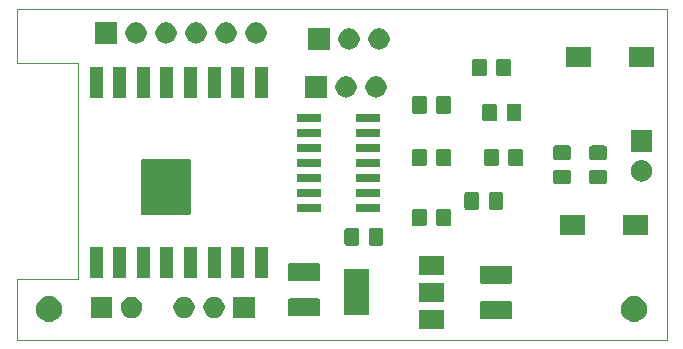
<source format=gbr>
%TF.GenerationSoftware,KiCad,Pcbnew,(5.1.5)-3*%
%TF.CreationDate,2021-02-11T17:51:16-06:00*%
%TF.ProjectId,RTL8720DN multi function board,52544c38-3732-4304-944e-206d756c7469,rev?*%
%TF.SameCoordinates,Original*%
%TF.FileFunction,Soldermask,Top*%
%TF.FilePolarity,Negative*%
%FSLAX46Y46*%
G04 Gerber Fmt 4.6, Leading zero omitted, Abs format (unit mm)*
G04 Created by KiCad (PCBNEW (5.1.5)-3) date 2021-02-11 17:51:16*
%MOMM*%
%LPD*%
G04 APERTURE LIST*
%ADD10C,0.120000*%
%ADD11C,0.100000*%
G04 APERTURE END LIST*
D10*
X120550000Y-90420000D02*
X120550000Y-108712000D01*
X120550000Y-108712000D02*
X115400000Y-108712000D01*
X115400000Y-90420000D02*
X120550000Y-90420000D01*
X115400000Y-108712000D02*
X115400000Y-113885000D01*
X170400000Y-113885000D02*
X170400000Y-85885000D01*
X115400000Y-113885000D02*
X170400000Y-113885000D01*
X115400000Y-85885000D02*
X115400000Y-90420000D01*
X170400000Y-85885000D02*
X115400000Y-85885000D01*
D11*
G36*
X151521000Y-112956000D02*
G01*
X149419000Y-112956000D01*
X149419000Y-111354000D01*
X151521000Y-111354000D01*
X151521000Y-112956000D01*
G37*
G36*
X167854794Y-110172155D02*
G01*
X167961150Y-110193311D01*
X168035239Y-110224000D01*
X168161520Y-110276307D01*
X168341844Y-110396795D01*
X168495205Y-110550156D01*
X168615693Y-110730480D01*
X168642265Y-110794631D01*
X168670249Y-110862189D01*
X168698689Y-110930851D01*
X168741000Y-111143560D01*
X168741000Y-111360440D01*
X168698689Y-111573149D01*
X168615693Y-111773520D01*
X168495205Y-111953844D01*
X168341844Y-112107205D01*
X168161520Y-112227693D01*
X167961150Y-112310689D01*
X167854794Y-112331845D01*
X167748440Y-112353000D01*
X167531560Y-112353000D01*
X167425206Y-112331845D01*
X167318850Y-112310689D01*
X167118480Y-112227693D01*
X166938156Y-112107205D01*
X166784795Y-111953844D01*
X166664307Y-111773520D01*
X166581311Y-111573149D01*
X166539000Y-111360440D01*
X166539000Y-111143560D01*
X166581311Y-110930851D01*
X166609752Y-110862189D01*
X166637735Y-110794631D01*
X166664307Y-110730480D01*
X166784795Y-110550156D01*
X166938156Y-110396795D01*
X167118480Y-110276307D01*
X167244761Y-110224000D01*
X167318850Y-110193311D01*
X167425206Y-110172155D01*
X167531560Y-110151000D01*
X167748440Y-110151000D01*
X167854794Y-110172155D01*
G37*
G36*
X118324794Y-110172155D02*
G01*
X118431150Y-110193311D01*
X118505239Y-110224000D01*
X118631520Y-110276307D01*
X118811844Y-110396795D01*
X118965205Y-110550156D01*
X119085693Y-110730480D01*
X119112265Y-110794631D01*
X119140249Y-110862189D01*
X119168689Y-110930851D01*
X119211000Y-111143560D01*
X119211000Y-111360440D01*
X119168689Y-111573149D01*
X119085693Y-111773520D01*
X118965205Y-111953844D01*
X118811844Y-112107205D01*
X118631520Y-112227693D01*
X118431150Y-112310689D01*
X118324794Y-112331845D01*
X118218440Y-112353000D01*
X118001560Y-112353000D01*
X117895206Y-112331845D01*
X117788850Y-112310689D01*
X117588480Y-112227693D01*
X117408156Y-112107205D01*
X117254795Y-111953844D01*
X117134307Y-111773520D01*
X117051311Y-111573149D01*
X117009000Y-111360440D01*
X117009000Y-111143560D01*
X117051311Y-110930851D01*
X117079752Y-110862189D01*
X117107735Y-110794631D01*
X117134307Y-110730480D01*
X117254795Y-110550156D01*
X117408156Y-110396795D01*
X117588480Y-110276307D01*
X117714761Y-110224000D01*
X117788850Y-110193311D01*
X117895206Y-110172155D01*
X118001560Y-110151000D01*
X118218440Y-110151000D01*
X118324794Y-110172155D01*
G37*
G36*
X157181562Y-110583181D02*
G01*
X157216481Y-110593774D01*
X157248663Y-110610976D01*
X157276873Y-110634127D01*
X157300024Y-110662337D01*
X157317226Y-110694519D01*
X157327819Y-110729438D01*
X157332000Y-110771895D01*
X157332000Y-111913105D01*
X157327819Y-111955562D01*
X157317226Y-111990481D01*
X157300024Y-112022663D01*
X157276873Y-112050873D01*
X157248663Y-112074024D01*
X157216481Y-112091226D01*
X157181562Y-112101819D01*
X157139105Y-112106000D01*
X154772895Y-112106000D01*
X154730438Y-112101819D01*
X154695519Y-112091226D01*
X154663337Y-112074024D01*
X154635127Y-112050873D01*
X154611976Y-112022663D01*
X154594774Y-111990481D01*
X154584181Y-111955562D01*
X154580000Y-111913105D01*
X154580000Y-110771895D01*
X154584181Y-110729438D01*
X154594774Y-110694519D01*
X154611976Y-110662337D01*
X154635127Y-110634127D01*
X154663337Y-110610976D01*
X154695519Y-110593774D01*
X154730438Y-110583181D01*
X154772895Y-110579000D01*
X157139105Y-110579000D01*
X157181562Y-110583181D01*
G37*
G36*
X132193512Y-110228927D02*
G01*
X132342812Y-110258624D01*
X132506784Y-110326544D01*
X132654354Y-110425147D01*
X132779853Y-110550646D01*
X132878456Y-110698216D01*
X132946376Y-110862188D01*
X132981000Y-111036259D01*
X132981000Y-111213741D01*
X132946376Y-111387812D01*
X132878456Y-111551784D01*
X132779853Y-111699354D01*
X132654354Y-111824853D01*
X132506784Y-111923456D01*
X132342812Y-111991376D01*
X132193512Y-112021073D01*
X132168742Y-112026000D01*
X131991258Y-112026000D01*
X131966488Y-112021073D01*
X131817188Y-111991376D01*
X131653216Y-111923456D01*
X131505646Y-111824853D01*
X131380147Y-111699354D01*
X131281544Y-111551784D01*
X131213624Y-111387812D01*
X131179000Y-111213741D01*
X131179000Y-111036259D01*
X131213624Y-110862188D01*
X131281544Y-110698216D01*
X131380147Y-110550646D01*
X131505646Y-110425147D01*
X131653216Y-110326544D01*
X131817188Y-110258624D01*
X131966488Y-110228927D01*
X131991258Y-110224000D01*
X132168742Y-110224000D01*
X132193512Y-110228927D01*
G37*
G36*
X135521000Y-112026000D02*
G01*
X133719000Y-112026000D01*
X133719000Y-110224000D01*
X135521000Y-110224000D01*
X135521000Y-112026000D01*
G37*
G36*
X123456000Y-112026000D02*
G01*
X121654000Y-112026000D01*
X121654000Y-110224000D01*
X123456000Y-110224000D01*
X123456000Y-112026000D01*
G37*
G36*
X125208512Y-110228927D02*
G01*
X125357812Y-110258624D01*
X125521784Y-110326544D01*
X125669354Y-110425147D01*
X125794853Y-110550646D01*
X125893456Y-110698216D01*
X125961376Y-110862188D01*
X125996000Y-111036259D01*
X125996000Y-111213741D01*
X125961376Y-111387812D01*
X125893456Y-111551784D01*
X125794853Y-111699354D01*
X125669354Y-111824853D01*
X125521784Y-111923456D01*
X125357812Y-111991376D01*
X125208512Y-112021073D01*
X125183742Y-112026000D01*
X125006258Y-112026000D01*
X124981488Y-112021073D01*
X124832188Y-111991376D01*
X124668216Y-111923456D01*
X124520646Y-111824853D01*
X124395147Y-111699354D01*
X124296544Y-111551784D01*
X124228624Y-111387812D01*
X124194000Y-111213741D01*
X124194000Y-111036259D01*
X124228624Y-110862188D01*
X124296544Y-110698216D01*
X124395147Y-110550646D01*
X124520646Y-110425147D01*
X124668216Y-110326544D01*
X124832188Y-110258624D01*
X124981488Y-110228927D01*
X125006258Y-110224000D01*
X125183742Y-110224000D01*
X125208512Y-110228927D01*
G37*
G36*
X129653512Y-110228927D02*
G01*
X129802812Y-110258624D01*
X129966784Y-110326544D01*
X130114354Y-110425147D01*
X130239853Y-110550646D01*
X130338456Y-110698216D01*
X130406376Y-110862188D01*
X130441000Y-111036259D01*
X130441000Y-111213741D01*
X130406376Y-111387812D01*
X130338456Y-111551784D01*
X130239853Y-111699354D01*
X130114354Y-111824853D01*
X129966784Y-111923456D01*
X129802812Y-111991376D01*
X129653512Y-112021073D01*
X129628742Y-112026000D01*
X129451258Y-112026000D01*
X129426488Y-112021073D01*
X129277188Y-111991376D01*
X129113216Y-111923456D01*
X128965646Y-111824853D01*
X128840147Y-111699354D01*
X128741544Y-111551784D01*
X128673624Y-111387812D01*
X128639000Y-111213741D01*
X128639000Y-111036259D01*
X128673624Y-110862188D01*
X128741544Y-110698216D01*
X128840147Y-110550646D01*
X128965646Y-110425147D01*
X129113216Y-110326544D01*
X129277188Y-110258624D01*
X129426488Y-110228927D01*
X129451258Y-110224000D01*
X129628742Y-110224000D01*
X129653512Y-110228927D01*
G37*
G36*
X140925562Y-110365681D02*
G01*
X140960481Y-110376274D01*
X140992663Y-110393476D01*
X141020873Y-110416627D01*
X141044024Y-110444837D01*
X141061226Y-110477019D01*
X141071819Y-110511938D01*
X141076000Y-110554395D01*
X141076000Y-111695605D01*
X141071819Y-111738062D01*
X141061226Y-111772981D01*
X141044024Y-111805163D01*
X141020873Y-111833373D01*
X140992663Y-111856524D01*
X140960481Y-111873726D01*
X140925562Y-111884319D01*
X140883105Y-111888500D01*
X138516895Y-111888500D01*
X138474438Y-111884319D01*
X138439519Y-111873726D01*
X138407337Y-111856524D01*
X138379127Y-111833373D01*
X138355976Y-111805163D01*
X138338774Y-111772981D01*
X138328181Y-111738062D01*
X138324000Y-111695605D01*
X138324000Y-110554395D01*
X138328181Y-110511938D01*
X138338774Y-110477019D01*
X138355976Y-110444837D01*
X138379127Y-110416627D01*
X138407337Y-110393476D01*
X138439519Y-110376274D01*
X138474438Y-110365681D01*
X138516895Y-110361500D01*
X140883105Y-110361500D01*
X140925562Y-110365681D01*
G37*
G36*
X145221000Y-111806000D02*
G01*
X143119000Y-111806000D01*
X143119000Y-107904000D01*
X145221000Y-107904000D01*
X145221000Y-111806000D01*
G37*
G36*
X151521000Y-110656000D02*
G01*
X149419000Y-110656000D01*
X149419000Y-109054000D01*
X151521000Y-109054000D01*
X151521000Y-110656000D01*
G37*
G36*
X157181562Y-107608181D02*
G01*
X157216481Y-107618774D01*
X157248663Y-107635976D01*
X157276873Y-107659127D01*
X157300024Y-107687337D01*
X157317226Y-107719519D01*
X157327819Y-107754438D01*
X157332000Y-107796895D01*
X157332000Y-108938105D01*
X157327819Y-108980562D01*
X157317226Y-109015481D01*
X157300024Y-109047663D01*
X157276873Y-109075873D01*
X157248663Y-109099024D01*
X157216481Y-109116226D01*
X157181562Y-109126819D01*
X157139105Y-109131000D01*
X154772895Y-109131000D01*
X154730438Y-109126819D01*
X154695519Y-109116226D01*
X154663337Y-109099024D01*
X154635127Y-109075873D01*
X154611976Y-109047663D01*
X154594774Y-109015481D01*
X154584181Y-108980562D01*
X154580000Y-108938105D01*
X154580000Y-107796895D01*
X154584181Y-107754438D01*
X154594774Y-107719519D01*
X154611976Y-107687337D01*
X154635127Y-107659127D01*
X154663337Y-107635976D01*
X154695519Y-107618774D01*
X154730438Y-107608181D01*
X154772895Y-107604000D01*
X157139105Y-107604000D01*
X157181562Y-107608181D01*
G37*
G36*
X140925562Y-107390681D02*
G01*
X140960481Y-107401274D01*
X140992663Y-107418476D01*
X141020873Y-107441627D01*
X141044024Y-107469837D01*
X141061226Y-107502019D01*
X141071819Y-107536938D01*
X141076000Y-107579395D01*
X141076000Y-108720605D01*
X141071819Y-108763062D01*
X141061226Y-108797981D01*
X141044024Y-108830163D01*
X141020873Y-108858373D01*
X140992663Y-108881524D01*
X140960481Y-108898726D01*
X140925562Y-108909319D01*
X140883105Y-108913500D01*
X138516895Y-108913500D01*
X138474438Y-108909319D01*
X138439519Y-108898726D01*
X138407337Y-108881524D01*
X138379127Y-108858373D01*
X138355976Y-108830163D01*
X138338774Y-108797981D01*
X138328181Y-108763062D01*
X138324000Y-108720605D01*
X138324000Y-107579395D01*
X138328181Y-107536938D01*
X138338774Y-107502019D01*
X138355976Y-107469837D01*
X138379127Y-107441627D01*
X138407337Y-107418476D01*
X138439519Y-107401274D01*
X138474438Y-107390681D01*
X138516895Y-107386500D01*
X140883105Y-107386500D01*
X140925562Y-107390681D01*
G37*
G36*
X134651000Y-108596000D02*
G01*
X133549000Y-108596000D01*
X133549000Y-105994000D01*
X134651000Y-105994000D01*
X134651000Y-108596000D01*
G37*
G36*
X130651000Y-108596000D02*
G01*
X129549000Y-108596000D01*
X129549000Y-105994000D01*
X130651000Y-105994000D01*
X130651000Y-108596000D01*
G37*
G36*
X136651000Y-108596000D02*
G01*
X135549000Y-108596000D01*
X135549000Y-105994000D01*
X136651000Y-105994000D01*
X136651000Y-108596000D01*
G37*
G36*
X132651000Y-108596000D02*
G01*
X131549000Y-108596000D01*
X131549000Y-105994000D01*
X132651000Y-105994000D01*
X132651000Y-108596000D01*
G37*
G36*
X128651000Y-108596000D02*
G01*
X127549000Y-108596000D01*
X127549000Y-105994000D01*
X128651000Y-105994000D01*
X128651000Y-108596000D01*
G37*
G36*
X126651000Y-108596000D02*
G01*
X125549000Y-108596000D01*
X125549000Y-105994000D01*
X126651000Y-105994000D01*
X126651000Y-108596000D01*
G37*
G36*
X124651000Y-108596000D02*
G01*
X123549000Y-108596000D01*
X123549000Y-105994000D01*
X124651000Y-105994000D01*
X124651000Y-108596000D01*
G37*
G36*
X122651000Y-108596000D02*
G01*
X121549000Y-108596000D01*
X121549000Y-105994000D01*
X122651000Y-105994000D01*
X122651000Y-108596000D01*
G37*
G36*
X151521000Y-108356000D02*
G01*
X149419000Y-108356000D01*
X149419000Y-106754000D01*
X151521000Y-106754000D01*
X151521000Y-108356000D01*
G37*
G36*
X146268674Y-104409465D02*
G01*
X146306367Y-104420899D01*
X146341103Y-104439466D01*
X146371548Y-104464452D01*
X146396534Y-104494897D01*
X146415101Y-104529633D01*
X146426535Y-104567326D01*
X146431000Y-104612661D01*
X146431000Y-105699339D01*
X146426535Y-105744674D01*
X146415101Y-105782367D01*
X146396534Y-105817103D01*
X146371548Y-105847548D01*
X146341103Y-105872534D01*
X146306367Y-105891101D01*
X146268674Y-105902535D01*
X146223339Y-105907000D01*
X145386661Y-105907000D01*
X145341326Y-105902535D01*
X145303633Y-105891101D01*
X145268897Y-105872534D01*
X145238452Y-105847548D01*
X145213466Y-105817103D01*
X145194899Y-105782367D01*
X145183465Y-105744674D01*
X145179000Y-105699339D01*
X145179000Y-104612661D01*
X145183465Y-104567326D01*
X145194899Y-104529633D01*
X145213466Y-104494897D01*
X145238452Y-104464452D01*
X145268897Y-104439466D01*
X145303633Y-104420899D01*
X145341326Y-104409465D01*
X145386661Y-104405000D01*
X146223339Y-104405000D01*
X146268674Y-104409465D01*
G37*
G36*
X144218674Y-104409465D02*
G01*
X144256367Y-104420899D01*
X144291103Y-104439466D01*
X144321548Y-104464452D01*
X144346534Y-104494897D01*
X144365101Y-104529633D01*
X144376535Y-104567326D01*
X144381000Y-104612661D01*
X144381000Y-105699339D01*
X144376535Y-105744674D01*
X144365101Y-105782367D01*
X144346534Y-105817103D01*
X144321548Y-105847548D01*
X144291103Y-105872534D01*
X144256367Y-105891101D01*
X144218674Y-105902535D01*
X144173339Y-105907000D01*
X143336661Y-105907000D01*
X143291326Y-105902535D01*
X143253633Y-105891101D01*
X143218897Y-105872534D01*
X143188452Y-105847548D01*
X143163466Y-105817103D01*
X143144899Y-105782367D01*
X143133465Y-105744674D01*
X143129000Y-105699339D01*
X143129000Y-104612661D01*
X143133465Y-104567326D01*
X143144899Y-104529633D01*
X143163466Y-104494897D01*
X143188452Y-104464452D01*
X143218897Y-104439466D01*
X143253633Y-104420899D01*
X143291326Y-104409465D01*
X143336661Y-104405000D01*
X144173339Y-104405000D01*
X144218674Y-104409465D01*
G37*
G36*
X168851000Y-104991000D02*
G01*
X166749000Y-104991000D01*
X166749000Y-103289000D01*
X168851000Y-103289000D01*
X168851000Y-104991000D01*
G37*
G36*
X163451000Y-104991000D02*
G01*
X161349000Y-104991000D01*
X161349000Y-103289000D01*
X163451000Y-103289000D01*
X163451000Y-104991000D01*
G37*
G36*
X149933674Y-102758465D02*
G01*
X149971367Y-102769899D01*
X150006103Y-102788466D01*
X150036548Y-102813452D01*
X150061534Y-102843897D01*
X150080101Y-102878633D01*
X150091535Y-102916326D01*
X150096000Y-102961661D01*
X150096000Y-104048339D01*
X150091535Y-104093674D01*
X150080101Y-104131367D01*
X150061534Y-104166103D01*
X150036548Y-104196548D01*
X150006103Y-104221534D01*
X149971367Y-104240101D01*
X149933674Y-104251535D01*
X149888339Y-104256000D01*
X149051661Y-104256000D01*
X149006326Y-104251535D01*
X148968633Y-104240101D01*
X148933897Y-104221534D01*
X148903452Y-104196548D01*
X148878466Y-104166103D01*
X148859899Y-104131367D01*
X148848465Y-104093674D01*
X148844000Y-104048339D01*
X148844000Y-102961661D01*
X148848465Y-102916326D01*
X148859899Y-102878633D01*
X148878466Y-102843897D01*
X148903452Y-102813452D01*
X148933897Y-102788466D01*
X148968633Y-102769899D01*
X149006326Y-102758465D01*
X149051661Y-102754000D01*
X149888339Y-102754000D01*
X149933674Y-102758465D01*
G37*
G36*
X151983674Y-102758465D02*
G01*
X152021367Y-102769899D01*
X152056103Y-102788466D01*
X152086548Y-102813452D01*
X152111534Y-102843897D01*
X152130101Y-102878633D01*
X152141535Y-102916326D01*
X152146000Y-102961661D01*
X152146000Y-104048339D01*
X152141535Y-104093674D01*
X152130101Y-104131367D01*
X152111534Y-104166103D01*
X152086548Y-104196548D01*
X152056103Y-104221534D01*
X152021367Y-104240101D01*
X151983674Y-104251535D01*
X151938339Y-104256000D01*
X151101661Y-104256000D01*
X151056326Y-104251535D01*
X151018633Y-104240101D01*
X150983897Y-104221534D01*
X150953452Y-104196548D01*
X150928466Y-104166103D01*
X150909899Y-104131367D01*
X150898465Y-104093674D01*
X150894000Y-104048339D01*
X150894000Y-102961661D01*
X150898465Y-102916326D01*
X150909899Y-102878633D01*
X150928466Y-102843897D01*
X150953452Y-102813452D01*
X150983897Y-102788466D01*
X151018633Y-102769899D01*
X151056326Y-102758465D01*
X151101661Y-102754000D01*
X151938339Y-102754000D01*
X151983674Y-102758465D01*
G37*
G36*
X130008126Y-98593698D02*
G01*
X130008730Y-98593757D01*
X130029460Y-98597881D01*
X130047842Y-98605495D01*
X130064386Y-98616550D01*
X130078450Y-98630614D01*
X130089505Y-98647158D01*
X130097119Y-98665540D01*
X130101243Y-98686270D01*
X130101302Y-98686874D01*
X130101852Y-98698062D01*
X130101852Y-103191938D01*
X130101302Y-103203126D01*
X130101243Y-103203730D01*
X130097119Y-103224460D01*
X130089505Y-103242842D01*
X130078450Y-103259386D01*
X130064386Y-103273450D01*
X130047842Y-103284505D01*
X130029460Y-103292119D01*
X130008730Y-103296243D01*
X130008126Y-103296302D01*
X129996938Y-103296852D01*
X126003062Y-103296852D01*
X125991874Y-103296302D01*
X125991270Y-103296243D01*
X125970540Y-103292119D01*
X125952158Y-103284505D01*
X125935614Y-103273450D01*
X125921550Y-103259386D01*
X125910495Y-103242842D01*
X125902881Y-103224460D01*
X125898757Y-103203730D01*
X125898698Y-103203126D01*
X125898148Y-103191938D01*
X125898148Y-98698062D01*
X125898698Y-98686874D01*
X125898757Y-98686270D01*
X125902881Y-98665540D01*
X125910495Y-98647158D01*
X125921550Y-98630614D01*
X125935614Y-98616550D01*
X125952158Y-98605495D01*
X125970540Y-98597881D01*
X125991270Y-98593757D01*
X125991874Y-98593698D01*
X126003062Y-98593148D01*
X129996938Y-98593148D01*
X130008126Y-98593698D01*
G37*
G36*
X141084928Y-102341764D02*
G01*
X141106009Y-102348160D01*
X141125445Y-102358548D01*
X141142476Y-102372524D01*
X141156452Y-102389555D01*
X141166840Y-102408991D01*
X141173236Y-102430072D01*
X141176000Y-102458140D01*
X141176000Y-102921860D01*
X141173236Y-102949928D01*
X141166840Y-102971009D01*
X141156452Y-102990445D01*
X141142476Y-103007476D01*
X141125445Y-103021452D01*
X141106009Y-103031840D01*
X141084928Y-103038236D01*
X141056860Y-103041000D01*
X139243140Y-103041000D01*
X139215072Y-103038236D01*
X139193991Y-103031840D01*
X139174555Y-103021452D01*
X139157524Y-103007476D01*
X139143548Y-102990445D01*
X139133160Y-102971009D01*
X139126764Y-102949928D01*
X139124000Y-102921860D01*
X139124000Y-102458140D01*
X139126764Y-102430072D01*
X139133160Y-102408991D01*
X139143548Y-102389555D01*
X139157524Y-102372524D01*
X139174555Y-102358548D01*
X139193991Y-102348160D01*
X139215072Y-102341764D01*
X139243140Y-102339000D01*
X141056860Y-102339000D01*
X141084928Y-102341764D01*
G37*
G36*
X146034928Y-102341764D02*
G01*
X146056009Y-102348160D01*
X146075445Y-102358548D01*
X146092476Y-102372524D01*
X146106452Y-102389555D01*
X146116840Y-102408991D01*
X146123236Y-102430072D01*
X146126000Y-102458140D01*
X146126000Y-102921860D01*
X146123236Y-102949928D01*
X146116840Y-102971009D01*
X146106452Y-102990445D01*
X146092476Y-103007476D01*
X146075445Y-103021452D01*
X146056009Y-103031840D01*
X146034928Y-103038236D01*
X146006860Y-103041000D01*
X144193140Y-103041000D01*
X144165072Y-103038236D01*
X144143991Y-103031840D01*
X144124555Y-103021452D01*
X144107524Y-103007476D01*
X144093548Y-102990445D01*
X144083160Y-102971009D01*
X144076764Y-102949928D01*
X144074000Y-102921860D01*
X144074000Y-102458140D01*
X144076764Y-102430072D01*
X144083160Y-102408991D01*
X144093548Y-102389555D01*
X144107524Y-102372524D01*
X144124555Y-102358548D01*
X144143991Y-102348160D01*
X144165072Y-102341764D01*
X144193140Y-102339000D01*
X146006860Y-102339000D01*
X146034928Y-102341764D01*
G37*
G36*
X156419674Y-101361465D02*
G01*
X156457367Y-101372899D01*
X156492103Y-101391466D01*
X156522548Y-101416452D01*
X156547534Y-101446897D01*
X156566101Y-101481633D01*
X156577535Y-101519326D01*
X156582000Y-101564661D01*
X156582000Y-102651339D01*
X156577535Y-102696674D01*
X156566101Y-102734367D01*
X156547534Y-102769103D01*
X156522548Y-102799548D01*
X156492103Y-102824534D01*
X156457367Y-102843101D01*
X156419674Y-102854535D01*
X156374339Y-102859000D01*
X155537661Y-102859000D01*
X155492326Y-102854535D01*
X155454633Y-102843101D01*
X155419897Y-102824534D01*
X155389452Y-102799548D01*
X155364466Y-102769103D01*
X155345899Y-102734367D01*
X155334465Y-102696674D01*
X155330000Y-102651339D01*
X155330000Y-101564661D01*
X155334465Y-101519326D01*
X155345899Y-101481633D01*
X155364466Y-101446897D01*
X155389452Y-101416452D01*
X155419897Y-101391466D01*
X155454633Y-101372899D01*
X155492326Y-101361465D01*
X155537661Y-101357000D01*
X156374339Y-101357000D01*
X156419674Y-101361465D01*
G37*
G36*
X154369674Y-101361465D02*
G01*
X154407367Y-101372899D01*
X154442103Y-101391466D01*
X154472548Y-101416452D01*
X154497534Y-101446897D01*
X154516101Y-101481633D01*
X154527535Y-101519326D01*
X154532000Y-101564661D01*
X154532000Y-102651339D01*
X154527535Y-102696674D01*
X154516101Y-102734367D01*
X154497534Y-102769103D01*
X154472548Y-102799548D01*
X154442103Y-102824534D01*
X154407367Y-102843101D01*
X154369674Y-102854535D01*
X154324339Y-102859000D01*
X153487661Y-102859000D01*
X153442326Y-102854535D01*
X153404633Y-102843101D01*
X153369897Y-102824534D01*
X153339452Y-102799548D01*
X153314466Y-102769103D01*
X153295899Y-102734367D01*
X153284465Y-102696674D01*
X153280000Y-102651339D01*
X153280000Y-101564661D01*
X153284465Y-101519326D01*
X153295899Y-101481633D01*
X153314466Y-101446897D01*
X153339452Y-101416452D01*
X153369897Y-101391466D01*
X153404633Y-101372899D01*
X153442326Y-101361465D01*
X153487661Y-101357000D01*
X154324339Y-101357000D01*
X154369674Y-101361465D01*
G37*
G36*
X141084928Y-101071764D02*
G01*
X141106009Y-101078160D01*
X141125445Y-101088548D01*
X141142476Y-101102524D01*
X141156452Y-101119555D01*
X141166840Y-101138991D01*
X141173236Y-101160072D01*
X141176000Y-101188140D01*
X141176000Y-101651860D01*
X141173236Y-101679928D01*
X141166840Y-101701009D01*
X141156452Y-101720445D01*
X141142476Y-101737476D01*
X141125445Y-101751452D01*
X141106009Y-101761840D01*
X141084928Y-101768236D01*
X141056860Y-101771000D01*
X139243140Y-101771000D01*
X139215072Y-101768236D01*
X139193991Y-101761840D01*
X139174555Y-101751452D01*
X139157524Y-101737476D01*
X139143548Y-101720445D01*
X139133160Y-101701009D01*
X139126764Y-101679928D01*
X139124000Y-101651860D01*
X139124000Y-101188140D01*
X139126764Y-101160072D01*
X139133160Y-101138991D01*
X139143548Y-101119555D01*
X139157524Y-101102524D01*
X139174555Y-101088548D01*
X139193991Y-101078160D01*
X139215072Y-101071764D01*
X139243140Y-101069000D01*
X141056860Y-101069000D01*
X141084928Y-101071764D01*
G37*
G36*
X146034928Y-101071764D02*
G01*
X146056009Y-101078160D01*
X146075445Y-101088548D01*
X146092476Y-101102524D01*
X146106452Y-101119555D01*
X146116840Y-101138991D01*
X146123236Y-101160072D01*
X146126000Y-101188140D01*
X146126000Y-101651860D01*
X146123236Y-101679928D01*
X146116840Y-101701009D01*
X146106452Y-101720445D01*
X146092476Y-101737476D01*
X146075445Y-101751452D01*
X146056009Y-101761840D01*
X146034928Y-101768236D01*
X146006860Y-101771000D01*
X144193140Y-101771000D01*
X144165072Y-101768236D01*
X144143991Y-101761840D01*
X144124555Y-101751452D01*
X144107524Y-101737476D01*
X144093548Y-101720445D01*
X144083160Y-101701009D01*
X144076764Y-101679928D01*
X144074000Y-101651860D01*
X144074000Y-101188140D01*
X144076764Y-101160072D01*
X144083160Y-101138991D01*
X144093548Y-101119555D01*
X144107524Y-101102524D01*
X144124555Y-101088548D01*
X144143991Y-101078160D01*
X144165072Y-101071764D01*
X144193140Y-101069000D01*
X146006860Y-101069000D01*
X146034928Y-101071764D01*
G37*
G36*
X165180674Y-99472465D02*
G01*
X165218367Y-99483899D01*
X165253103Y-99502466D01*
X165283548Y-99527452D01*
X165308534Y-99557897D01*
X165327101Y-99592633D01*
X165338535Y-99630326D01*
X165343000Y-99675661D01*
X165343000Y-100512339D01*
X165338535Y-100557674D01*
X165327101Y-100595367D01*
X165308534Y-100630103D01*
X165283548Y-100660548D01*
X165253103Y-100685534D01*
X165218367Y-100704101D01*
X165180674Y-100715535D01*
X165135339Y-100720000D01*
X164048661Y-100720000D01*
X164003326Y-100715535D01*
X163965633Y-100704101D01*
X163930897Y-100685534D01*
X163900452Y-100660548D01*
X163875466Y-100630103D01*
X163856899Y-100595367D01*
X163845465Y-100557674D01*
X163841000Y-100512339D01*
X163841000Y-99675661D01*
X163845465Y-99630326D01*
X163856899Y-99592633D01*
X163875466Y-99557897D01*
X163900452Y-99527452D01*
X163930897Y-99502466D01*
X163965633Y-99483899D01*
X164003326Y-99472465D01*
X164048661Y-99468000D01*
X165135339Y-99468000D01*
X165180674Y-99472465D01*
G37*
G36*
X162132674Y-99463465D02*
G01*
X162170367Y-99474899D01*
X162205103Y-99493466D01*
X162235548Y-99518452D01*
X162260534Y-99548897D01*
X162279101Y-99583633D01*
X162290535Y-99621326D01*
X162295000Y-99666661D01*
X162295000Y-100503339D01*
X162290535Y-100548674D01*
X162279101Y-100586367D01*
X162260534Y-100621103D01*
X162235548Y-100651548D01*
X162205103Y-100676534D01*
X162170367Y-100695101D01*
X162132674Y-100706535D01*
X162087339Y-100711000D01*
X161000661Y-100711000D01*
X160955326Y-100706535D01*
X160917633Y-100695101D01*
X160882897Y-100676534D01*
X160852452Y-100651548D01*
X160827466Y-100621103D01*
X160808899Y-100586367D01*
X160797465Y-100548674D01*
X160793000Y-100503339D01*
X160793000Y-99666661D01*
X160797465Y-99621326D01*
X160808899Y-99583633D01*
X160827466Y-99548897D01*
X160852452Y-99518452D01*
X160882897Y-99493466D01*
X160917633Y-99474899D01*
X160955326Y-99463465D01*
X161000661Y-99459000D01*
X162087339Y-99459000D01*
X162132674Y-99463465D01*
G37*
G36*
X141084928Y-99801764D02*
G01*
X141106009Y-99808160D01*
X141125445Y-99818548D01*
X141142476Y-99832524D01*
X141156452Y-99849555D01*
X141166840Y-99868991D01*
X141173236Y-99890072D01*
X141176000Y-99918140D01*
X141176000Y-100381860D01*
X141173236Y-100409928D01*
X141166840Y-100431009D01*
X141156452Y-100450445D01*
X141142476Y-100467476D01*
X141125445Y-100481452D01*
X141106009Y-100491840D01*
X141084928Y-100498236D01*
X141056860Y-100501000D01*
X139243140Y-100501000D01*
X139215072Y-100498236D01*
X139193991Y-100491840D01*
X139174555Y-100481452D01*
X139157524Y-100467476D01*
X139143548Y-100450445D01*
X139133160Y-100431009D01*
X139126764Y-100409928D01*
X139124000Y-100381860D01*
X139124000Y-99918140D01*
X139126764Y-99890072D01*
X139133160Y-99868991D01*
X139143548Y-99849555D01*
X139157524Y-99832524D01*
X139174555Y-99818548D01*
X139193991Y-99808160D01*
X139215072Y-99801764D01*
X139243140Y-99799000D01*
X141056860Y-99799000D01*
X141084928Y-99801764D01*
G37*
G36*
X146034928Y-99801764D02*
G01*
X146056009Y-99808160D01*
X146075445Y-99818548D01*
X146092476Y-99832524D01*
X146106452Y-99849555D01*
X146116840Y-99868991D01*
X146123236Y-99890072D01*
X146126000Y-99918140D01*
X146126000Y-100381860D01*
X146123236Y-100409928D01*
X146116840Y-100431009D01*
X146106452Y-100450445D01*
X146092476Y-100467476D01*
X146075445Y-100481452D01*
X146056009Y-100491840D01*
X146034928Y-100498236D01*
X146006860Y-100501000D01*
X144193140Y-100501000D01*
X144165072Y-100498236D01*
X144143991Y-100491840D01*
X144124555Y-100481452D01*
X144107524Y-100467476D01*
X144093548Y-100450445D01*
X144083160Y-100431009D01*
X144076764Y-100409928D01*
X144074000Y-100381860D01*
X144074000Y-99918140D01*
X144076764Y-99890072D01*
X144083160Y-99868991D01*
X144093548Y-99849555D01*
X144107524Y-99832524D01*
X144124555Y-99818548D01*
X144143991Y-99808160D01*
X144165072Y-99801764D01*
X144193140Y-99799000D01*
X146006860Y-99799000D01*
X146034928Y-99801764D01*
G37*
G36*
X168380141Y-98670262D02*
G01*
X168537812Y-98701624D01*
X168701784Y-98769544D01*
X168849354Y-98868147D01*
X168974853Y-98993646D01*
X169073456Y-99141216D01*
X169141376Y-99305188D01*
X169171073Y-99454488D01*
X169172859Y-99463465D01*
X169176000Y-99479259D01*
X169176000Y-99656741D01*
X169141376Y-99830812D01*
X169073456Y-99994784D01*
X168974853Y-100142354D01*
X168849354Y-100267853D01*
X168701784Y-100366456D01*
X168537812Y-100434376D01*
X168388512Y-100464073D01*
X168363742Y-100469000D01*
X168186258Y-100469000D01*
X168161488Y-100464073D01*
X168012188Y-100434376D01*
X167848216Y-100366456D01*
X167700646Y-100267853D01*
X167575147Y-100142354D01*
X167476544Y-99994784D01*
X167408624Y-99830812D01*
X167374000Y-99656741D01*
X167374000Y-99479259D01*
X167377142Y-99463465D01*
X167378927Y-99454488D01*
X167408624Y-99305188D01*
X167476544Y-99141216D01*
X167575147Y-98993646D01*
X167700646Y-98868147D01*
X167848216Y-98769544D01*
X168012188Y-98701624D01*
X168169859Y-98670262D01*
X168186258Y-98667000D01*
X168363742Y-98667000D01*
X168380141Y-98670262D01*
G37*
G36*
X141084928Y-98531764D02*
G01*
X141106009Y-98538160D01*
X141125445Y-98548548D01*
X141142476Y-98562524D01*
X141156452Y-98579555D01*
X141166840Y-98598991D01*
X141173236Y-98620072D01*
X141176000Y-98648140D01*
X141176000Y-99111860D01*
X141173236Y-99139928D01*
X141166840Y-99161009D01*
X141156452Y-99180445D01*
X141142476Y-99197476D01*
X141125445Y-99211452D01*
X141106009Y-99221840D01*
X141084928Y-99228236D01*
X141056860Y-99231000D01*
X139243140Y-99231000D01*
X139215072Y-99228236D01*
X139193991Y-99221840D01*
X139174555Y-99211452D01*
X139157524Y-99197476D01*
X139143548Y-99180445D01*
X139133160Y-99161009D01*
X139126764Y-99139928D01*
X139124000Y-99111860D01*
X139124000Y-98648140D01*
X139126764Y-98620072D01*
X139133160Y-98598991D01*
X139143548Y-98579555D01*
X139157524Y-98562524D01*
X139174555Y-98548548D01*
X139193991Y-98538160D01*
X139215072Y-98531764D01*
X139243140Y-98529000D01*
X141056860Y-98529000D01*
X141084928Y-98531764D01*
G37*
G36*
X146034928Y-98531764D02*
G01*
X146056009Y-98538160D01*
X146075445Y-98548548D01*
X146092476Y-98562524D01*
X146106452Y-98579555D01*
X146116840Y-98598991D01*
X146123236Y-98620072D01*
X146126000Y-98648140D01*
X146126000Y-99111860D01*
X146123236Y-99139928D01*
X146116840Y-99161009D01*
X146106452Y-99180445D01*
X146092476Y-99197476D01*
X146075445Y-99211452D01*
X146056009Y-99221840D01*
X146034928Y-99228236D01*
X146006860Y-99231000D01*
X144193140Y-99231000D01*
X144165072Y-99228236D01*
X144143991Y-99221840D01*
X144124555Y-99211452D01*
X144107524Y-99197476D01*
X144093548Y-99180445D01*
X144083160Y-99161009D01*
X144076764Y-99139928D01*
X144074000Y-99111860D01*
X144074000Y-98648140D01*
X144076764Y-98620072D01*
X144083160Y-98598991D01*
X144093548Y-98579555D01*
X144107524Y-98562524D01*
X144124555Y-98548548D01*
X144143991Y-98538160D01*
X144165072Y-98531764D01*
X144193140Y-98529000D01*
X146006860Y-98529000D01*
X146034928Y-98531764D01*
G37*
G36*
X151983674Y-97678465D02*
G01*
X152021367Y-97689899D01*
X152056103Y-97708466D01*
X152086548Y-97733452D01*
X152111534Y-97763897D01*
X152130101Y-97798633D01*
X152141535Y-97836326D01*
X152146000Y-97881661D01*
X152146000Y-98968339D01*
X152141535Y-99013674D01*
X152130101Y-99051367D01*
X152111534Y-99086103D01*
X152086548Y-99116548D01*
X152056103Y-99141534D01*
X152021367Y-99160101D01*
X151983674Y-99171535D01*
X151938339Y-99176000D01*
X151101661Y-99176000D01*
X151056326Y-99171535D01*
X151018633Y-99160101D01*
X150983897Y-99141534D01*
X150953452Y-99116548D01*
X150928466Y-99086103D01*
X150909899Y-99051367D01*
X150898465Y-99013674D01*
X150894000Y-98968339D01*
X150894000Y-97881661D01*
X150898465Y-97836326D01*
X150909899Y-97798633D01*
X150928466Y-97763897D01*
X150953452Y-97733452D01*
X150983897Y-97708466D01*
X151018633Y-97689899D01*
X151056326Y-97678465D01*
X151101661Y-97674000D01*
X151938339Y-97674000D01*
X151983674Y-97678465D01*
G37*
G36*
X149933674Y-97678465D02*
G01*
X149971367Y-97689899D01*
X150006103Y-97708466D01*
X150036548Y-97733452D01*
X150061534Y-97763897D01*
X150080101Y-97798633D01*
X150091535Y-97836326D01*
X150096000Y-97881661D01*
X150096000Y-98968339D01*
X150091535Y-99013674D01*
X150080101Y-99051367D01*
X150061534Y-99086103D01*
X150036548Y-99116548D01*
X150006103Y-99141534D01*
X149971367Y-99160101D01*
X149933674Y-99171535D01*
X149888339Y-99176000D01*
X149051661Y-99176000D01*
X149006326Y-99171535D01*
X148968633Y-99160101D01*
X148933897Y-99141534D01*
X148903452Y-99116548D01*
X148878466Y-99086103D01*
X148859899Y-99051367D01*
X148848465Y-99013674D01*
X148844000Y-98968339D01*
X148844000Y-97881661D01*
X148848465Y-97836326D01*
X148859899Y-97798633D01*
X148878466Y-97763897D01*
X148903452Y-97733452D01*
X148933897Y-97708466D01*
X148968633Y-97689899D01*
X149006326Y-97678465D01*
X149051661Y-97674000D01*
X149888339Y-97674000D01*
X149933674Y-97678465D01*
G37*
G36*
X158088674Y-97678465D02*
G01*
X158126367Y-97689899D01*
X158161103Y-97708466D01*
X158191548Y-97733452D01*
X158216534Y-97763897D01*
X158235101Y-97798633D01*
X158246535Y-97836326D01*
X158251000Y-97881661D01*
X158251000Y-98968339D01*
X158246535Y-99013674D01*
X158235101Y-99051367D01*
X158216534Y-99086103D01*
X158191548Y-99116548D01*
X158161103Y-99141534D01*
X158126367Y-99160101D01*
X158088674Y-99171535D01*
X158043339Y-99176000D01*
X157206661Y-99176000D01*
X157161326Y-99171535D01*
X157123633Y-99160101D01*
X157088897Y-99141534D01*
X157058452Y-99116548D01*
X157033466Y-99086103D01*
X157014899Y-99051367D01*
X157003465Y-99013674D01*
X156999000Y-98968339D01*
X156999000Y-97881661D01*
X157003465Y-97836326D01*
X157014899Y-97798633D01*
X157033466Y-97763897D01*
X157058452Y-97733452D01*
X157088897Y-97708466D01*
X157123633Y-97689899D01*
X157161326Y-97678465D01*
X157206661Y-97674000D01*
X158043339Y-97674000D01*
X158088674Y-97678465D01*
G37*
G36*
X156038674Y-97678465D02*
G01*
X156076367Y-97689899D01*
X156111103Y-97708466D01*
X156141548Y-97733452D01*
X156166534Y-97763897D01*
X156185101Y-97798633D01*
X156196535Y-97836326D01*
X156201000Y-97881661D01*
X156201000Y-98968339D01*
X156196535Y-99013674D01*
X156185101Y-99051367D01*
X156166534Y-99086103D01*
X156141548Y-99116548D01*
X156111103Y-99141534D01*
X156076367Y-99160101D01*
X156038674Y-99171535D01*
X155993339Y-99176000D01*
X155156661Y-99176000D01*
X155111326Y-99171535D01*
X155073633Y-99160101D01*
X155038897Y-99141534D01*
X155008452Y-99116548D01*
X154983466Y-99086103D01*
X154964899Y-99051367D01*
X154953465Y-99013674D01*
X154949000Y-98968339D01*
X154949000Y-97881661D01*
X154953465Y-97836326D01*
X154964899Y-97798633D01*
X154983466Y-97763897D01*
X155008452Y-97733452D01*
X155038897Y-97708466D01*
X155073633Y-97689899D01*
X155111326Y-97678465D01*
X155156661Y-97674000D01*
X155993339Y-97674000D01*
X156038674Y-97678465D01*
G37*
G36*
X165180674Y-97422465D02*
G01*
X165218367Y-97433899D01*
X165253103Y-97452466D01*
X165283548Y-97477452D01*
X165308534Y-97507897D01*
X165327101Y-97542633D01*
X165338535Y-97580326D01*
X165343000Y-97625661D01*
X165343000Y-98462339D01*
X165338535Y-98507674D01*
X165327101Y-98545367D01*
X165308534Y-98580103D01*
X165283548Y-98610548D01*
X165253103Y-98635534D01*
X165218367Y-98654101D01*
X165180674Y-98665535D01*
X165135339Y-98670000D01*
X164048661Y-98670000D01*
X164003326Y-98665535D01*
X163965633Y-98654101D01*
X163930897Y-98635534D01*
X163900452Y-98610548D01*
X163875466Y-98580103D01*
X163856899Y-98545367D01*
X163845465Y-98507674D01*
X163841000Y-98462339D01*
X163841000Y-97625661D01*
X163845465Y-97580326D01*
X163856899Y-97542633D01*
X163875466Y-97507897D01*
X163900452Y-97477452D01*
X163930897Y-97452466D01*
X163965633Y-97433899D01*
X164003326Y-97422465D01*
X164048661Y-97418000D01*
X165135339Y-97418000D01*
X165180674Y-97422465D01*
G37*
G36*
X162132674Y-97413465D02*
G01*
X162170367Y-97424899D01*
X162205103Y-97443466D01*
X162235548Y-97468452D01*
X162260534Y-97498897D01*
X162279101Y-97533633D01*
X162290535Y-97571326D01*
X162295000Y-97616661D01*
X162295000Y-98453339D01*
X162290535Y-98498674D01*
X162279101Y-98536367D01*
X162260534Y-98571103D01*
X162235548Y-98601548D01*
X162205103Y-98626534D01*
X162170367Y-98645101D01*
X162132674Y-98656535D01*
X162087339Y-98661000D01*
X161000661Y-98661000D01*
X160955326Y-98656535D01*
X160917633Y-98645101D01*
X160882897Y-98626534D01*
X160852452Y-98601548D01*
X160827466Y-98571103D01*
X160808899Y-98536367D01*
X160797465Y-98498674D01*
X160793000Y-98453339D01*
X160793000Y-97616661D01*
X160797465Y-97571326D01*
X160808899Y-97533633D01*
X160827466Y-97498897D01*
X160852452Y-97468452D01*
X160882897Y-97443466D01*
X160917633Y-97424899D01*
X160955326Y-97413465D01*
X161000661Y-97409000D01*
X162087339Y-97409000D01*
X162132674Y-97413465D01*
G37*
G36*
X146034928Y-97261764D02*
G01*
X146056009Y-97268160D01*
X146075445Y-97278548D01*
X146092476Y-97292524D01*
X146106452Y-97309555D01*
X146116840Y-97328991D01*
X146123236Y-97350072D01*
X146126000Y-97378140D01*
X146126000Y-97841860D01*
X146123236Y-97869928D01*
X146116840Y-97891009D01*
X146106452Y-97910445D01*
X146092476Y-97927476D01*
X146075445Y-97941452D01*
X146056009Y-97951840D01*
X146034928Y-97958236D01*
X146006860Y-97961000D01*
X144193140Y-97961000D01*
X144165072Y-97958236D01*
X144143991Y-97951840D01*
X144124555Y-97941452D01*
X144107524Y-97927476D01*
X144093548Y-97910445D01*
X144083160Y-97891009D01*
X144076764Y-97869928D01*
X144074000Y-97841860D01*
X144074000Y-97378140D01*
X144076764Y-97350072D01*
X144083160Y-97328991D01*
X144093548Y-97309555D01*
X144107524Y-97292524D01*
X144124555Y-97278548D01*
X144143991Y-97268160D01*
X144165072Y-97261764D01*
X144193140Y-97259000D01*
X146006860Y-97259000D01*
X146034928Y-97261764D01*
G37*
G36*
X141084928Y-97261764D02*
G01*
X141106009Y-97268160D01*
X141125445Y-97278548D01*
X141142476Y-97292524D01*
X141156452Y-97309555D01*
X141166840Y-97328991D01*
X141173236Y-97350072D01*
X141176000Y-97378140D01*
X141176000Y-97841860D01*
X141173236Y-97869928D01*
X141166840Y-97891009D01*
X141156452Y-97910445D01*
X141142476Y-97927476D01*
X141125445Y-97941452D01*
X141106009Y-97951840D01*
X141084928Y-97958236D01*
X141056860Y-97961000D01*
X139243140Y-97961000D01*
X139215072Y-97958236D01*
X139193991Y-97951840D01*
X139174555Y-97941452D01*
X139157524Y-97927476D01*
X139143548Y-97910445D01*
X139133160Y-97891009D01*
X139126764Y-97869928D01*
X139124000Y-97841860D01*
X139124000Y-97378140D01*
X139126764Y-97350072D01*
X139133160Y-97328991D01*
X139143548Y-97309555D01*
X139157524Y-97292524D01*
X139174555Y-97278548D01*
X139193991Y-97268160D01*
X139215072Y-97261764D01*
X139243140Y-97259000D01*
X141056860Y-97259000D01*
X141084928Y-97261764D01*
G37*
G36*
X169176000Y-97929000D02*
G01*
X167374000Y-97929000D01*
X167374000Y-96127000D01*
X169176000Y-96127000D01*
X169176000Y-97929000D01*
G37*
G36*
X141084928Y-95991764D02*
G01*
X141106009Y-95998160D01*
X141125445Y-96008548D01*
X141142476Y-96022524D01*
X141156452Y-96039555D01*
X141166840Y-96058991D01*
X141173236Y-96080072D01*
X141176000Y-96108140D01*
X141176000Y-96571860D01*
X141173236Y-96599928D01*
X141166840Y-96621009D01*
X141156452Y-96640445D01*
X141142476Y-96657476D01*
X141125445Y-96671452D01*
X141106009Y-96681840D01*
X141084928Y-96688236D01*
X141056860Y-96691000D01*
X139243140Y-96691000D01*
X139215072Y-96688236D01*
X139193991Y-96681840D01*
X139174555Y-96671452D01*
X139157524Y-96657476D01*
X139143548Y-96640445D01*
X139133160Y-96621009D01*
X139126764Y-96599928D01*
X139124000Y-96571860D01*
X139124000Y-96108140D01*
X139126764Y-96080072D01*
X139133160Y-96058991D01*
X139143548Y-96039555D01*
X139157524Y-96022524D01*
X139174555Y-96008548D01*
X139193991Y-95998160D01*
X139215072Y-95991764D01*
X139243140Y-95989000D01*
X141056860Y-95989000D01*
X141084928Y-95991764D01*
G37*
G36*
X146034928Y-95991764D02*
G01*
X146056009Y-95998160D01*
X146075445Y-96008548D01*
X146092476Y-96022524D01*
X146106452Y-96039555D01*
X146116840Y-96058991D01*
X146123236Y-96080072D01*
X146126000Y-96108140D01*
X146126000Y-96571860D01*
X146123236Y-96599928D01*
X146116840Y-96621009D01*
X146106452Y-96640445D01*
X146092476Y-96657476D01*
X146075445Y-96671452D01*
X146056009Y-96681840D01*
X146034928Y-96688236D01*
X146006860Y-96691000D01*
X144193140Y-96691000D01*
X144165072Y-96688236D01*
X144143991Y-96681840D01*
X144124555Y-96671452D01*
X144107524Y-96657476D01*
X144093548Y-96640445D01*
X144083160Y-96621009D01*
X144076764Y-96599928D01*
X144074000Y-96571860D01*
X144074000Y-96108140D01*
X144076764Y-96080072D01*
X144083160Y-96058991D01*
X144093548Y-96039555D01*
X144107524Y-96022524D01*
X144124555Y-96008548D01*
X144143991Y-95998160D01*
X144165072Y-95991764D01*
X144193140Y-95989000D01*
X146006860Y-95989000D01*
X146034928Y-95991764D01*
G37*
G36*
X141084928Y-94721764D02*
G01*
X141106009Y-94728160D01*
X141125445Y-94738548D01*
X141142476Y-94752524D01*
X141156452Y-94769555D01*
X141166840Y-94788991D01*
X141173236Y-94810072D01*
X141176000Y-94838140D01*
X141176000Y-95301860D01*
X141173236Y-95329928D01*
X141166840Y-95351009D01*
X141156452Y-95370445D01*
X141142476Y-95387476D01*
X141125445Y-95401452D01*
X141106009Y-95411840D01*
X141084928Y-95418236D01*
X141056860Y-95421000D01*
X139243140Y-95421000D01*
X139215072Y-95418236D01*
X139193991Y-95411840D01*
X139174555Y-95401452D01*
X139157524Y-95387476D01*
X139143548Y-95370445D01*
X139133160Y-95351009D01*
X139126764Y-95329928D01*
X139124000Y-95301860D01*
X139124000Y-94838140D01*
X139126764Y-94810072D01*
X139133160Y-94788991D01*
X139143548Y-94769555D01*
X139157524Y-94752524D01*
X139174555Y-94738548D01*
X139193991Y-94728160D01*
X139215072Y-94721764D01*
X139243140Y-94719000D01*
X141056860Y-94719000D01*
X141084928Y-94721764D01*
G37*
G36*
X146034928Y-94721764D02*
G01*
X146056009Y-94728160D01*
X146075445Y-94738548D01*
X146092476Y-94752524D01*
X146106452Y-94769555D01*
X146116840Y-94788991D01*
X146123236Y-94810072D01*
X146126000Y-94838140D01*
X146126000Y-95301860D01*
X146123236Y-95329928D01*
X146116840Y-95351009D01*
X146106452Y-95370445D01*
X146092476Y-95387476D01*
X146075445Y-95401452D01*
X146056009Y-95411840D01*
X146034928Y-95418236D01*
X146006860Y-95421000D01*
X144193140Y-95421000D01*
X144165072Y-95418236D01*
X144143991Y-95411840D01*
X144124555Y-95401452D01*
X144107524Y-95387476D01*
X144093548Y-95370445D01*
X144083160Y-95351009D01*
X144076764Y-95329928D01*
X144074000Y-95301860D01*
X144074000Y-94838140D01*
X144076764Y-94810072D01*
X144083160Y-94788991D01*
X144093548Y-94769555D01*
X144107524Y-94752524D01*
X144124555Y-94738548D01*
X144143991Y-94728160D01*
X144165072Y-94721764D01*
X144193140Y-94719000D01*
X146006860Y-94719000D01*
X146034928Y-94721764D01*
G37*
G36*
X157943674Y-93868465D02*
G01*
X157981367Y-93879899D01*
X158016103Y-93898466D01*
X158046548Y-93923452D01*
X158071534Y-93953897D01*
X158090101Y-93988633D01*
X158101535Y-94026326D01*
X158106000Y-94071661D01*
X158106000Y-95158339D01*
X158101535Y-95203674D01*
X158090101Y-95241367D01*
X158071534Y-95276103D01*
X158046548Y-95306548D01*
X158016103Y-95331534D01*
X157981367Y-95350101D01*
X157943674Y-95361535D01*
X157898339Y-95366000D01*
X157061661Y-95366000D01*
X157016326Y-95361535D01*
X156978633Y-95350101D01*
X156943897Y-95331534D01*
X156913452Y-95306548D01*
X156888466Y-95276103D01*
X156869899Y-95241367D01*
X156858465Y-95203674D01*
X156854000Y-95158339D01*
X156854000Y-94071661D01*
X156858465Y-94026326D01*
X156869899Y-93988633D01*
X156888466Y-93953897D01*
X156913452Y-93923452D01*
X156943897Y-93898466D01*
X156978633Y-93879899D01*
X157016326Y-93868465D01*
X157061661Y-93864000D01*
X157898339Y-93864000D01*
X157943674Y-93868465D01*
G37*
G36*
X155893674Y-93868465D02*
G01*
X155931367Y-93879899D01*
X155966103Y-93898466D01*
X155996548Y-93923452D01*
X156021534Y-93953897D01*
X156040101Y-93988633D01*
X156051535Y-94026326D01*
X156056000Y-94071661D01*
X156056000Y-95158339D01*
X156051535Y-95203674D01*
X156040101Y-95241367D01*
X156021534Y-95276103D01*
X155996548Y-95306548D01*
X155966103Y-95331534D01*
X155931367Y-95350101D01*
X155893674Y-95361535D01*
X155848339Y-95366000D01*
X155011661Y-95366000D01*
X154966326Y-95361535D01*
X154928633Y-95350101D01*
X154893897Y-95331534D01*
X154863452Y-95306548D01*
X154838466Y-95276103D01*
X154819899Y-95241367D01*
X154808465Y-95203674D01*
X154804000Y-95158339D01*
X154804000Y-94071661D01*
X154808465Y-94026326D01*
X154819899Y-93988633D01*
X154838466Y-93953897D01*
X154863452Y-93923452D01*
X154893897Y-93898466D01*
X154928633Y-93879899D01*
X154966326Y-93868465D01*
X155011661Y-93864000D01*
X155848339Y-93864000D01*
X155893674Y-93868465D01*
G37*
G36*
X151983674Y-93233465D02*
G01*
X152021367Y-93244899D01*
X152056103Y-93263466D01*
X152086548Y-93288452D01*
X152111534Y-93318897D01*
X152130101Y-93353633D01*
X152141535Y-93391326D01*
X152146000Y-93436661D01*
X152146000Y-94523339D01*
X152141535Y-94568674D01*
X152130101Y-94606367D01*
X152111534Y-94641103D01*
X152086548Y-94671548D01*
X152056103Y-94696534D01*
X152021367Y-94715101D01*
X151983674Y-94726535D01*
X151938339Y-94731000D01*
X151101661Y-94731000D01*
X151056326Y-94726535D01*
X151018633Y-94715101D01*
X150983897Y-94696534D01*
X150953452Y-94671548D01*
X150928466Y-94641103D01*
X150909899Y-94606367D01*
X150898465Y-94568674D01*
X150894000Y-94523339D01*
X150894000Y-93436661D01*
X150898465Y-93391326D01*
X150909899Y-93353633D01*
X150928466Y-93318897D01*
X150953452Y-93288452D01*
X150983897Y-93263466D01*
X151018633Y-93244899D01*
X151056326Y-93233465D01*
X151101661Y-93229000D01*
X151938339Y-93229000D01*
X151983674Y-93233465D01*
G37*
G36*
X149933674Y-93233465D02*
G01*
X149971367Y-93244899D01*
X150006103Y-93263466D01*
X150036548Y-93288452D01*
X150061534Y-93318897D01*
X150080101Y-93353633D01*
X150091535Y-93391326D01*
X150096000Y-93436661D01*
X150096000Y-94523339D01*
X150091535Y-94568674D01*
X150080101Y-94606367D01*
X150061534Y-94641103D01*
X150036548Y-94671548D01*
X150006103Y-94696534D01*
X149971367Y-94715101D01*
X149933674Y-94726535D01*
X149888339Y-94731000D01*
X149051661Y-94731000D01*
X149006326Y-94726535D01*
X148968633Y-94715101D01*
X148933897Y-94696534D01*
X148903452Y-94671548D01*
X148878466Y-94641103D01*
X148859899Y-94606367D01*
X148848465Y-94568674D01*
X148844000Y-94523339D01*
X148844000Y-93436661D01*
X148848465Y-93391326D01*
X148859899Y-93353633D01*
X148878466Y-93318897D01*
X148903452Y-93288452D01*
X148933897Y-93263466D01*
X148968633Y-93244899D01*
X149006326Y-93233465D01*
X149051661Y-93229000D01*
X149888339Y-93229000D01*
X149933674Y-93233465D01*
G37*
G36*
X122651000Y-93396000D02*
G01*
X121549000Y-93396000D01*
X121549000Y-90794000D01*
X122651000Y-90794000D01*
X122651000Y-93396000D01*
G37*
G36*
X134651000Y-93396000D02*
G01*
X133549000Y-93396000D01*
X133549000Y-90794000D01*
X134651000Y-90794000D01*
X134651000Y-93396000D01*
G37*
G36*
X136651000Y-93396000D02*
G01*
X135549000Y-93396000D01*
X135549000Y-90794000D01*
X136651000Y-90794000D01*
X136651000Y-93396000D01*
G37*
G36*
X126651000Y-93396000D02*
G01*
X125549000Y-93396000D01*
X125549000Y-90794000D01*
X126651000Y-90794000D01*
X126651000Y-93396000D01*
G37*
G36*
X128651000Y-93396000D02*
G01*
X127549000Y-93396000D01*
X127549000Y-90794000D01*
X128651000Y-90794000D01*
X128651000Y-93396000D01*
G37*
G36*
X130651000Y-93396000D02*
G01*
X129549000Y-93396000D01*
X129549000Y-90794000D01*
X130651000Y-90794000D01*
X130651000Y-93396000D01*
G37*
G36*
X132651000Y-93396000D02*
G01*
X131549000Y-93396000D01*
X131549000Y-90794000D01*
X132651000Y-90794000D01*
X132651000Y-93396000D01*
G37*
G36*
X124651000Y-93396000D02*
G01*
X123549000Y-93396000D01*
X123549000Y-90794000D01*
X124651000Y-90794000D01*
X124651000Y-93396000D01*
G37*
G36*
X143369512Y-91559927D02*
G01*
X143518812Y-91589624D01*
X143682784Y-91657544D01*
X143830354Y-91756147D01*
X143955853Y-91881646D01*
X144054456Y-92029216D01*
X144122376Y-92193188D01*
X144157000Y-92367259D01*
X144157000Y-92544741D01*
X144122376Y-92718812D01*
X144054456Y-92882784D01*
X143955853Y-93030354D01*
X143830354Y-93155853D01*
X143682784Y-93254456D01*
X143518812Y-93322376D01*
X143380124Y-93349962D01*
X143344742Y-93357000D01*
X143167258Y-93357000D01*
X143131876Y-93349962D01*
X142993188Y-93322376D01*
X142829216Y-93254456D01*
X142681646Y-93155853D01*
X142556147Y-93030354D01*
X142457544Y-92882784D01*
X142389624Y-92718812D01*
X142355000Y-92544741D01*
X142355000Y-92367259D01*
X142389624Y-92193188D01*
X142457544Y-92029216D01*
X142556147Y-91881646D01*
X142681646Y-91756147D01*
X142829216Y-91657544D01*
X142993188Y-91589624D01*
X143142488Y-91559927D01*
X143167258Y-91555000D01*
X143344742Y-91555000D01*
X143369512Y-91559927D01*
G37*
G36*
X141617000Y-93357000D02*
G01*
X139815000Y-93357000D01*
X139815000Y-91555000D01*
X141617000Y-91555000D01*
X141617000Y-93357000D01*
G37*
G36*
X145909512Y-91559927D02*
G01*
X146058812Y-91589624D01*
X146222784Y-91657544D01*
X146370354Y-91756147D01*
X146495853Y-91881646D01*
X146594456Y-92029216D01*
X146662376Y-92193188D01*
X146697000Y-92367259D01*
X146697000Y-92544741D01*
X146662376Y-92718812D01*
X146594456Y-92882784D01*
X146495853Y-93030354D01*
X146370354Y-93155853D01*
X146222784Y-93254456D01*
X146058812Y-93322376D01*
X145920124Y-93349962D01*
X145884742Y-93357000D01*
X145707258Y-93357000D01*
X145671876Y-93349962D01*
X145533188Y-93322376D01*
X145369216Y-93254456D01*
X145221646Y-93155853D01*
X145096147Y-93030354D01*
X144997544Y-92882784D01*
X144929624Y-92718812D01*
X144895000Y-92544741D01*
X144895000Y-92367259D01*
X144929624Y-92193188D01*
X144997544Y-92029216D01*
X145096147Y-91881646D01*
X145221646Y-91756147D01*
X145369216Y-91657544D01*
X145533188Y-91589624D01*
X145682488Y-91559927D01*
X145707258Y-91555000D01*
X145884742Y-91555000D01*
X145909512Y-91559927D01*
G37*
G36*
X155013674Y-90058465D02*
G01*
X155051367Y-90069899D01*
X155086103Y-90088466D01*
X155116548Y-90113452D01*
X155141534Y-90143897D01*
X155160101Y-90178633D01*
X155171535Y-90216326D01*
X155176000Y-90261661D01*
X155176000Y-91348339D01*
X155171535Y-91393674D01*
X155160101Y-91431367D01*
X155141534Y-91466103D01*
X155116548Y-91496548D01*
X155086103Y-91521534D01*
X155051367Y-91540101D01*
X155013674Y-91551535D01*
X154968339Y-91556000D01*
X154131661Y-91556000D01*
X154086326Y-91551535D01*
X154048633Y-91540101D01*
X154013897Y-91521534D01*
X153983452Y-91496548D01*
X153958466Y-91466103D01*
X153939899Y-91431367D01*
X153928465Y-91393674D01*
X153924000Y-91348339D01*
X153924000Y-90261661D01*
X153928465Y-90216326D01*
X153939899Y-90178633D01*
X153958466Y-90143897D01*
X153983452Y-90113452D01*
X154013897Y-90088466D01*
X154048633Y-90069899D01*
X154086326Y-90058465D01*
X154131661Y-90054000D01*
X154968339Y-90054000D01*
X155013674Y-90058465D01*
G37*
G36*
X157063674Y-90058465D02*
G01*
X157101367Y-90069899D01*
X157136103Y-90088466D01*
X157166548Y-90113452D01*
X157191534Y-90143897D01*
X157210101Y-90178633D01*
X157221535Y-90216326D01*
X157226000Y-90261661D01*
X157226000Y-91348339D01*
X157221535Y-91393674D01*
X157210101Y-91431367D01*
X157191534Y-91466103D01*
X157166548Y-91496548D01*
X157136103Y-91521534D01*
X157101367Y-91540101D01*
X157063674Y-91551535D01*
X157018339Y-91556000D01*
X156181661Y-91556000D01*
X156136326Y-91551535D01*
X156098633Y-91540101D01*
X156063897Y-91521534D01*
X156033452Y-91496548D01*
X156008466Y-91466103D01*
X155989899Y-91431367D01*
X155978465Y-91393674D01*
X155974000Y-91348339D01*
X155974000Y-90261661D01*
X155978465Y-90216326D01*
X155989899Y-90178633D01*
X156008466Y-90143897D01*
X156033452Y-90113452D01*
X156063897Y-90088466D01*
X156098633Y-90069899D01*
X156136326Y-90058465D01*
X156181661Y-90054000D01*
X157018339Y-90054000D01*
X157063674Y-90058465D01*
G37*
G36*
X169359000Y-90767000D02*
G01*
X167257000Y-90767000D01*
X167257000Y-89065000D01*
X169359000Y-89065000D01*
X169359000Y-90767000D01*
G37*
G36*
X163959000Y-90767000D02*
G01*
X161857000Y-90767000D01*
X161857000Y-89065000D01*
X163959000Y-89065000D01*
X163959000Y-90767000D01*
G37*
G36*
X141871000Y-89293000D02*
G01*
X140069000Y-89293000D01*
X140069000Y-87491000D01*
X141871000Y-87491000D01*
X141871000Y-89293000D01*
G37*
G36*
X146163512Y-87495927D02*
G01*
X146312812Y-87525624D01*
X146476784Y-87593544D01*
X146624354Y-87692147D01*
X146749853Y-87817646D01*
X146848456Y-87965216D01*
X146916376Y-88129188D01*
X146951000Y-88303259D01*
X146951000Y-88480741D01*
X146916376Y-88654812D01*
X146848456Y-88818784D01*
X146749853Y-88966354D01*
X146624354Y-89091853D01*
X146476784Y-89190456D01*
X146312812Y-89258376D01*
X146163512Y-89288073D01*
X146138742Y-89293000D01*
X145961258Y-89293000D01*
X145936488Y-89288073D01*
X145787188Y-89258376D01*
X145623216Y-89190456D01*
X145475646Y-89091853D01*
X145350147Y-88966354D01*
X145251544Y-88818784D01*
X145183624Y-88654812D01*
X145149000Y-88480741D01*
X145149000Y-88303259D01*
X145183624Y-88129188D01*
X145251544Y-87965216D01*
X145350147Y-87817646D01*
X145475646Y-87692147D01*
X145623216Y-87593544D01*
X145787188Y-87525624D01*
X145936488Y-87495927D01*
X145961258Y-87491000D01*
X146138742Y-87491000D01*
X146163512Y-87495927D01*
G37*
G36*
X143623512Y-87495927D02*
G01*
X143772812Y-87525624D01*
X143936784Y-87593544D01*
X144084354Y-87692147D01*
X144209853Y-87817646D01*
X144308456Y-87965216D01*
X144376376Y-88129188D01*
X144411000Y-88303259D01*
X144411000Y-88480741D01*
X144376376Y-88654812D01*
X144308456Y-88818784D01*
X144209853Y-88966354D01*
X144084354Y-89091853D01*
X143936784Y-89190456D01*
X143772812Y-89258376D01*
X143623512Y-89288073D01*
X143598742Y-89293000D01*
X143421258Y-89293000D01*
X143396488Y-89288073D01*
X143247188Y-89258376D01*
X143083216Y-89190456D01*
X142935646Y-89091853D01*
X142810147Y-88966354D01*
X142711544Y-88818784D01*
X142643624Y-88654812D01*
X142609000Y-88480741D01*
X142609000Y-88303259D01*
X142643624Y-88129188D01*
X142711544Y-87965216D01*
X142810147Y-87817646D01*
X142935646Y-87692147D01*
X143083216Y-87593544D01*
X143247188Y-87525624D01*
X143396488Y-87495927D01*
X143421258Y-87491000D01*
X143598742Y-87491000D01*
X143623512Y-87495927D01*
G37*
G36*
X125589512Y-86987927D02*
G01*
X125738812Y-87017624D01*
X125902784Y-87085544D01*
X126050354Y-87184147D01*
X126175853Y-87309646D01*
X126274456Y-87457216D01*
X126342376Y-87621188D01*
X126377000Y-87795259D01*
X126377000Y-87972741D01*
X126342376Y-88146812D01*
X126274456Y-88310784D01*
X126175853Y-88458354D01*
X126050354Y-88583853D01*
X125902784Y-88682456D01*
X125738812Y-88750376D01*
X125589512Y-88780073D01*
X125564742Y-88785000D01*
X125387258Y-88785000D01*
X125362488Y-88780073D01*
X125213188Y-88750376D01*
X125049216Y-88682456D01*
X124901646Y-88583853D01*
X124776147Y-88458354D01*
X124677544Y-88310784D01*
X124609624Y-88146812D01*
X124575000Y-87972741D01*
X124575000Y-87795259D01*
X124609624Y-87621188D01*
X124677544Y-87457216D01*
X124776147Y-87309646D01*
X124901646Y-87184147D01*
X125049216Y-87085544D01*
X125213188Y-87017624D01*
X125362488Y-86987927D01*
X125387258Y-86983000D01*
X125564742Y-86983000D01*
X125589512Y-86987927D01*
G37*
G36*
X135749512Y-86987927D02*
G01*
X135898812Y-87017624D01*
X136062784Y-87085544D01*
X136210354Y-87184147D01*
X136335853Y-87309646D01*
X136434456Y-87457216D01*
X136502376Y-87621188D01*
X136537000Y-87795259D01*
X136537000Y-87972741D01*
X136502376Y-88146812D01*
X136434456Y-88310784D01*
X136335853Y-88458354D01*
X136210354Y-88583853D01*
X136062784Y-88682456D01*
X135898812Y-88750376D01*
X135749512Y-88780073D01*
X135724742Y-88785000D01*
X135547258Y-88785000D01*
X135522488Y-88780073D01*
X135373188Y-88750376D01*
X135209216Y-88682456D01*
X135061646Y-88583853D01*
X134936147Y-88458354D01*
X134837544Y-88310784D01*
X134769624Y-88146812D01*
X134735000Y-87972741D01*
X134735000Y-87795259D01*
X134769624Y-87621188D01*
X134837544Y-87457216D01*
X134936147Y-87309646D01*
X135061646Y-87184147D01*
X135209216Y-87085544D01*
X135373188Y-87017624D01*
X135522488Y-86987927D01*
X135547258Y-86983000D01*
X135724742Y-86983000D01*
X135749512Y-86987927D01*
G37*
G36*
X133209512Y-86987927D02*
G01*
X133358812Y-87017624D01*
X133522784Y-87085544D01*
X133670354Y-87184147D01*
X133795853Y-87309646D01*
X133894456Y-87457216D01*
X133962376Y-87621188D01*
X133997000Y-87795259D01*
X133997000Y-87972741D01*
X133962376Y-88146812D01*
X133894456Y-88310784D01*
X133795853Y-88458354D01*
X133670354Y-88583853D01*
X133522784Y-88682456D01*
X133358812Y-88750376D01*
X133209512Y-88780073D01*
X133184742Y-88785000D01*
X133007258Y-88785000D01*
X132982488Y-88780073D01*
X132833188Y-88750376D01*
X132669216Y-88682456D01*
X132521646Y-88583853D01*
X132396147Y-88458354D01*
X132297544Y-88310784D01*
X132229624Y-88146812D01*
X132195000Y-87972741D01*
X132195000Y-87795259D01*
X132229624Y-87621188D01*
X132297544Y-87457216D01*
X132396147Y-87309646D01*
X132521646Y-87184147D01*
X132669216Y-87085544D01*
X132833188Y-87017624D01*
X132982488Y-86987927D01*
X133007258Y-86983000D01*
X133184742Y-86983000D01*
X133209512Y-86987927D01*
G37*
G36*
X130669512Y-86987927D02*
G01*
X130818812Y-87017624D01*
X130982784Y-87085544D01*
X131130354Y-87184147D01*
X131255853Y-87309646D01*
X131354456Y-87457216D01*
X131422376Y-87621188D01*
X131457000Y-87795259D01*
X131457000Y-87972741D01*
X131422376Y-88146812D01*
X131354456Y-88310784D01*
X131255853Y-88458354D01*
X131130354Y-88583853D01*
X130982784Y-88682456D01*
X130818812Y-88750376D01*
X130669512Y-88780073D01*
X130644742Y-88785000D01*
X130467258Y-88785000D01*
X130442488Y-88780073D01*
X130293188Y-88750376D01*
X130129216Y-88682456D01*
X129981646Y-88583853D01*
X129856147Y-88458354D01*
X129757544Y-88310784D01*
X129689624Y-88146812D01*
X129655000Y-87972741D01*
X129655000Y-87795259D01*
X129689624Y-87621188D01*
X129757544Y-87457216D01*
X129856147Y-87309646D01*
X129981646Y-87184147D01*
X130129216Y-87085544D01*
X130293188Y-87017624D01*
X130442488Y-86987927D01*
X130467258Y-86983000D01*
X130644742Y-86983000D01*
X130669512Y-86987927D01*
G37*
G36*
X128129512Y-86987927D02*
G01*
X128278812Y-87017624D01*
X128442784Y-87085544D01*
X128590354Y-87184147D01*
X128715853Y-87309646D01*
X128814456Y-87457216D01*
X128882376Y-87621188D01*
X128917000Y-87795259D01*
X128917000Y-87972741D01*
X128882376Y-88146812D01*
X128814456Y-88310784D01*
X128715853Y-88458354D01*
X128590354Y-88583853D01*
X128442784Y-88682456D01*
X128278812Y-88750376D01*
X128129512Y-88780073D01*
X128104742Y-88785000D01*
X127927258Y-88785000D01*
X127902488Y-88780073D01*
X127753188Y-88750376D01*
X127589216Y-88682456D01*
X127441646Y-88583853D01*
X127316147Y-88458354D01*
X127217544Y-88310784D01*
X127149624Y-88146812D01*
X127115000Y-87972741D01*
X127115000Y-87795259D01*
X127149624Y-87621188D01*
X127217544Y-87457216D01*
X127316147Y-87309646D01*
X127441646Y-87184147D01*
X127589216Y-87085544D01*
X127753188Y-87017624D01*
X127902488Y-86987927D01*
X127927258Y-86983000D01*
X128104742Y-86983000D01*
X128129512Y-86987927D01*
G37*
G36*
X123837000Y-88785000D02*
G01*
X122035000Y-88785000D01*
X122035000Y-86983000D01*
X123837000Y-86983000D01*
X123837000Y-88785000D01*
G37*
M02*

</source>
